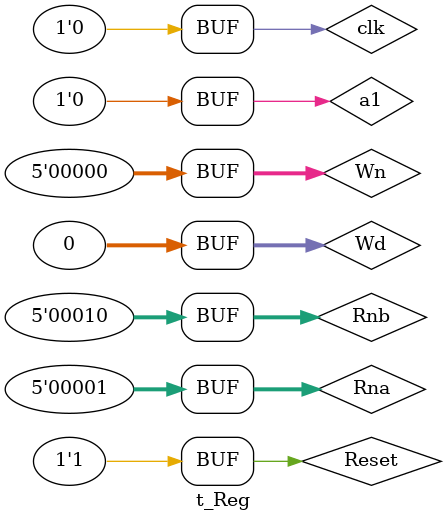
<source format=v>
`timescale 1ns / 1ps


module t_Reg;

	// Inputs
	reg [4:0] Rna;
	reg [4:0] Rnb;
	reg [4:0] Wn;
	reg a1;
	reg clk;
	reg Reset;
	reg [31:0] Wd;

	// Outputs
	wire [31:0] Qa;
	wire [31:0] Qb;

	// Instantiate the Unit Under Test (UUT)
	Reg uut (
		.Rna(Rna), 
		.Rnb(Rnb), 
		.Wn(Wn), 
		.a1(a1), 
		.clk(clk), 
		.Reset(Reset), 
		.Wd(Wd), 
		.Qa(Qa), 
		.Qb(Qb)
	);

	initial begin
		// Initialize Inputs
		Rna = 0;
		Rnb = 0;
		Wn = 0;
		a1 = 0;
		clk = 0;
		Reset = 0;
		Wd = 0;

		// Wait 100 ns for global reset to finish
		#100;
		clk = ~clk;
		a1 = 1;
		Reset = 1;
		Rna = 1;
		Rnb = 2;
		#50;
      clk = ~clk;
		a1 = 0;
		Reset = 1;
		Rna = 1;
		Rnb = 2;
		#50;
      clk = ~clk;
		a1 = 1;
		Reset = 1;
		Rna = 1;
		Rnb = 2;
		#50;
      clk = ~clk;
		a1 = 0;
		Reset = 1;
		Rna = 1;
		Rnb = 2;
		// Add stimulus here

	end
      
endmodule


</source>
